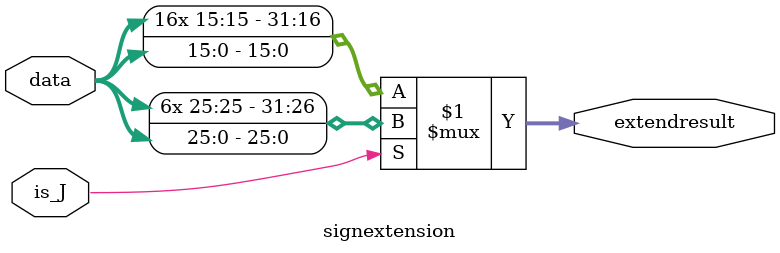
<source format=v>
`timescale 1ns / 1ps


module signextension(
    input is_J,//¿ØÖÆÐÅºÅ£¬Èç¹ûÎª0£¬±íÊ¾Îªsw/lw/beq(16->32)£¬Èç¹ûÎª1,±íÊ¾ÎªJ£¨26->32)
    input [25:0]data,//´ýÀ©Õ¹µÄÊý¾Ý
    output [31:0]extendresult//À©Õ¹½á¹û
);
    assign extendresult = (is_J)?{{6{data[25]}},data}:{{16{data[15]}},data[15:0]};//Èç¹ûÊÇJÖ¸Áî£¬Ôò½«26Î»À©Õ¹Îª32Î»
endmodule
</source>
